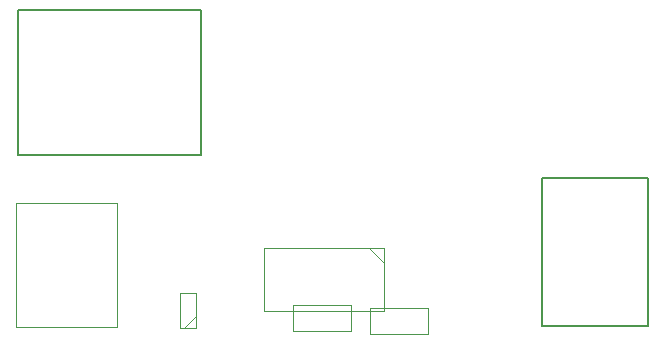
<source format=gbr>
%TF.GenerationSoftware,Altium Limited,Altium Designer,24.10.1 (45)*%
G04 Layer_Color=32768*
%FSLAX45Y45*%
%MOMM*%
%TF.SameCoordinates,B7086401-7AB7-4448-8119-44CCD126B3FB*%
%TF.FilePolarity,Positive*%
%TF.FileFunction,Other,Mechanical_15*%
%TF.Part,Single*%
G01*
G75*
%TA.AperFunction,NonConductor*%
%ADD25C,0.20000*%
%ADD28C,0.10000*%
%ADD43C,0.05000*%
D25*
X3886000Y6860000D02*
X5436000D01*
X3886000D02*
Y8090000D01*
X5436000D01*
Y6860000D02*
Y8090000D01*
X9222400Y5409700D02*
Y6659700D01*
X8322400D02*
X9222400D01*
X8322400Y5409700D02*
Y6659700D01*
Y5409700D02*
X9222400D01*
D28*
X5296400Y5397000D02*
X5391900Y5492500D01*
Y5397000D02*
Y5689000D01*
X5261900D02*
X5391900D01*
X5261900Y5397000D02*
Y5689000D01*
Y5397000D02*
X5391900D01*
X6860000Y6068900D02*
X6987000Y5941900D01*
X5967000Y6068900D02*
X6987000D01*
X5967000Y5538900D02*
Y6068900D01*
Y5538900D02*
X6987000D01*
Y6068900D01*
D43*
X3872300Y5404100D02*
X4722300D01*
X3872300D02*
Y6454100D01*
X4722300D01*
Y5404100D02*
Y6454100D01*
X6867000Y5346500D02*
Y5559500D01*
X7359000D01*
Y5346500D02*
Y5559500D01*
X6867000Y5346500D02*
X7359000D01*
X6219300Y5371900D02*
Y5584900D01*
X6711300D01*
Y5371900D02*
Y5584900D01*
X6219300Y5371900D02*
X6711300D01*
%TF.MD5,833bbe181869d30a8c0202c29fcd1256*%
M02*

</source>
